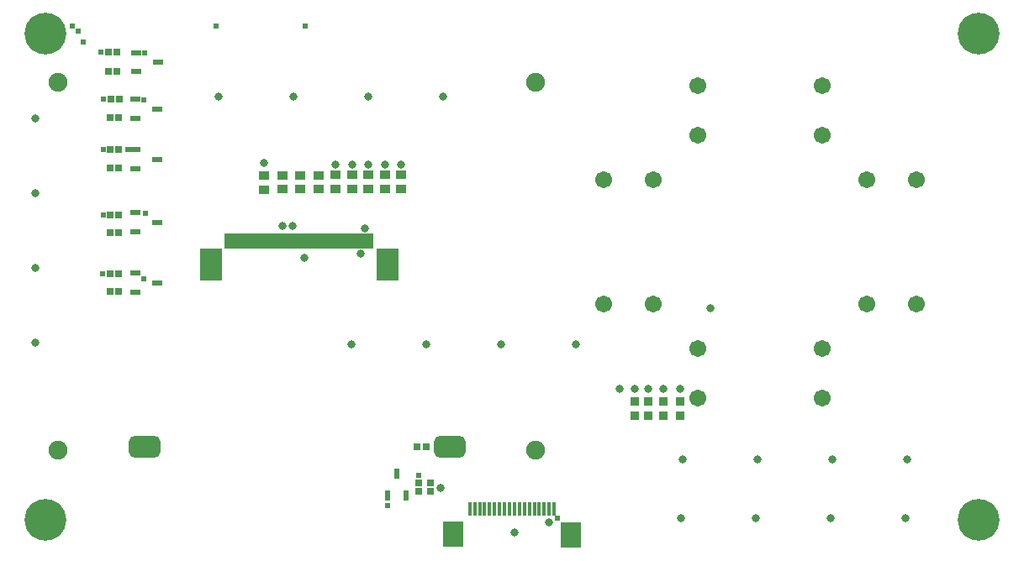
<source format=gbr>
%TF.GenerationSoftware,Altium Limited,Altium Designer,22.5.1 (42)*%
G04 Layer_Color=16711935*
%FSLAX45Y45*%
%MOMM*%
%TF.SameCoordinates,ADDB7551-072C-4BAF-947E-D85C9ED3ECA7*%
%TF.FilePolarity,Negative*%
%TF.FileFunction,Soldermask,Bot*%
%TF.Part,Single*%
G01*
G75*
%TA.AperFunction,ComponentPad*%
%ADD16C,1.70790*%
%TA.AperFunction,SMDPad,CuDef*%
%ADD33R,0.96561X0.90808*%
%ADD34R,0.50320X1.50320*%
%ADD35R,2.20320X3.20319*%
%ADD36R,0.66726X0.64160*%
%ADD37R,1.13909X0.63360*%
%ADD38R,0.63360X1.13909*%
%ADD39R,0.64160X0.66726*%
%TA.AperFunction,ConnectorPad*%
%ADD40R,2.10002X2.60002*%
%ADD41R,0.40002X1.35004*%
%TA.AperFunction,SMDPad,CuDef*%
%ADD42R,1.00160X0.90160*%
%TA.AperFunction,ComponentPad*%
G04:AMPARAMS|DCode=43|XSize=3.2032mm|YSize=2.2032mm|CornerRadius=0.6016mm|HoleSize=0mm|Usage=FLASHONLY|Rotation=0.000|XOffset=0mm|YOffset=0mm|HoleType=Round|Shape=RoundedRectangle|*
%AMROUNDEDRECTD43*
21,1,3.20320,1.00000,0,0,0.0*
21,1,2.00000,2.20320,0,0,0.0*
1,1,1.20320,1.00000,-0.50000*
1,1,1.20320,-1.00000,-0.50000*
1,1,1.20320,-1.00000,0.50000*
1,1,1.20320,1.00000,0.50000*
%
%ADD43ROUNDEDRECTD43*%
%ADD44C,1.90320*%
%TA.AperFunction,ViaPad*%
%ADD45C,4.20320*%
%ADD46C,0.80320*%
%ADD47C,0.60320*%
D16*
X6874600Y2030600D02*
D03*
Y1530600D02*
D03*
X8124600D02*
D03*
Y2030600D02*
D03*
X5924600Y2480600D02*
D03*
X6424600D02*
D03*
Y3730600D02*
D03*
X5924600D02*
D03*
X8574600Y2480600D02*
D03*
X9074600D02*
D03*
Y3730600D02*
D03*
X8574600D02*
D03*
X6874600Y4680600D02*
D03*
Y4180600D02*
D03*
X8124600D02*
D03*
Y4680600D02*
D03*
D33*
X6692900Y1497724D02*
D03*
Y1347076D02*
D03*
X6527800Y1498600D02*
D03*
Y1347953D02*
D03*
X6375400Y1497724D02*
D03*
Y1347076D02*
D03*
X6235700Y1497724D02*
D03*
Y1347076D02*
D03*
D34*
X2231407Y3111500D02*
D03*
X2181420D02*
D03*
X2131407D02*
D03*
X2481419D02*
D03*
X2331407D02*
D03*
X2281420D02*
D03*
X2531406D02*
D03*
X2381419D02*
D03*
X2581419D02*
D03*
X2431407D02*
D03*
X3231405D02*
D03*
X3131405D02*
D03*
X3181418D02*
D03*
X3081418D02*
D03*
X3031405D02*
D03*
X2981418D02*
D03*
X2881418D02*
D03*
X2831406D02*
D03*
X2781419D02*
D03*
X2731406D02*
D03*
X2931406D02*
D03*
X2681419D02*
D03*
X2631406D02*
D03*
X3281418D02*
D03*
X3481417D02*
D03*
X3431405D02*
D03*
X3381417D02*
D03*
X3331405D02*
D03*
X3531404D02*
D03*
X3581417D02*
D03*
D35*
X1966424Y2876512D02*
D03*
X3746428D02*
D03*
D36*
X952500Y4038600D02*
D03*
X1039063D02*
D03*
X952500Y3378200D02*
D03*
X1039063D02*
D03*
X952500Y3848100D02*
D03*
X1039063D02*
D03*
X952500Y3200400D02*
D03*
X1039063D02*
D03*
X952500Y2603500D02*
D03*
X1039063D02*
D03*
X952500Y2781300D02*
D03*
X1039063D02*
D03*
X1046582Y4546600D02*
D03*
X960018D02*
D03*
X1039063Y4356100D02*
D03*
X952500D02*
D03*
X1021182Y5016500D02*
D03*
X934618D02*
D03*
X1021182Y4826000D02*
D03*
X934618D02*
D03*
X4132682Y1041400D02*
D03*
X4046118D02*
D03*
D37*
X1430924Y3937000D02*
D03*
X1210676Y4032001D02*
D03*
Y3841999D02*
D03*
X1430924Y3302000D02*
D03*
X1210676Y3397001D02*
D03*
Y3206999D02*
D03*
X1430924Y2692400D02*
D03*
X1210676Y2787401D02*
D03*
Y2597399D02*
D03*
X1215903Y4819899D02*
D03*
Y5009901D02*
D03*
X1436152Y4914900D02*
D03*
X1210676Y4349999D02*
D03*
Y4540001D02*
D03*
X1430924Y4445000D02*
D03*
D38*
X3933698Y543677D02*
D03*
X3743696D02*
D03*
X3838697Y763925D02*
D03*
D39*
X4064000Y586537D02*
D03*
Y673100D02*
D03*
X4178300Y586537D02*
D03*
Y673100D02*
D03*
D40*
X4406001Y154150D02*
D03*
X5593999Y150647D02*
D03*
D41*
X4575007Y408148D02*
D03*
X4625020D02*
D03*
X4675007D02*
D03*
X4725020D02*
D03*
X4775007D02*
D03*
X4825019D02*
D03*
X5424995Y408153D02*
D03*
X5375008D02*
D03*
X5324995D02*
D03*
X5275008D02*
D03*
X5224996D02*
D03*
X5175008D02*
D03*
X5124996D02*
D03*
X5075009D02*
D03*
X5024996D02*
D03*
X4975009D02*
D03*
X4924996D02*
D03*
X4875009D02*
D03*
D42*
X3225800Y3778390D02*
D03*
Y3638410D02*
D03*
X3886200D02*
D03*
Y3778390D02*
D03*
X3721100Y3638410D02*
D03*
Y3778390D02*
D03*
X3556000Y3638410D02*
D03*
Y3778390D02*
D03*
X3390900Y3638410D02*
D03*
Y3778390D02*
D03*
X3053810Y3773729D02*
D03*
Y3633749D02*
D03*
X2869660Y3773729D02*
D03*
Y3633749D02*
D03*
X2685510Y3773729D02*
D03*
Y3633749D02*
D03*
X2501902Y3632200D02*
D03*
Y3772179D02*
D03*
D43*
X4376700Y1037737D02*
D03*
X1296700D02*
D03*
D44*
X5241700Y1002737D02*
D03*
Y4712737D02*
D03*
X431700Y1002737D02*
D03*
Y4712737D02*
D03*
D45*
X300000Y300000D02*
D03*
X9700000D02*
D03*
Y5200000D02*
D03*
X300000D02*
D03*
D46*
X203200Y2087034D02*
D03*
Y2840567D02*
D03*
Y3594100D02*
D03*
Y4347633D02*
D03*
X2048934Y4572000D02*
D03*
X2802467D02*
D03*
X3556000D02*
D03*
X4309533D02*
D03*
X3382434Y2070100D02*
D03*
X4135967D02*
D03*
X4889500D02*
D03*
X5643033D02*
D03*
X6722534Y914400D02*
D03*
X7476067D02*
D03*
X8229600D02*
D03*
X8983133D02*
D03*
X8962721Y314032D02*
D03*
X8209188D02*
D03*
X7455654D02*
D03*
X6702121D02*
D03*
X6997700Y2438400D02*
D03*
X5372100Y279400D02*
D03*
X5029200Y177800D02*
D03*
X6527800Y1625600D02*
D03*
X6235700D02*
D03*
X6375400D02*
D03*
X6083300D02*
D03*
X6692900D02*
D03*
X4279900Y622300D02*
D03*
X2692400Y3263900D02*
D03*
X2794000D02*
D03*
X3478309Y2985991D02*
D03*
X3886200Y3886200D02*
D03*
X3390900D02*
D03*
X3225800D02*
D03*
X2908300Y2946400D02*
D03*
X3517900Y3238500D02*
D03*
X3721100Y3886200D02*
D03*
X3556000D02*
D03*
X2501900Y3898900D02*
D03*
D47*
X1133093Y4035807D02*
D03*
X1301099Y5006851D02*
D03*
X1305307Y3393693D02*
D03*
X4064000Y749300D02*
D03*
X5461000Y317500D02*
D03*
X1295400Y2730500D02*
D03*
X863600Y5016500D02*
D03*
X1292607Y4536693D02*
D03*
X889000Y4546600D02*
D03*
X3746500Y444500D02*
D03*
X876300Y2781300D02*
D03*
X2022204Y5278585D02*
D03*
X2921000Y5283200D02*
D03*
X889000Y3378200D02*
D03*
Y4038600D02*
D03*
X685800Y5118100D02*
D03*
X635000Y5232400D02*
D03*
X571500Y5283200D02*
D03*
%TF.MD5,e205b9d9e64e6b335ab37077555f792f*%
M02*

</source>
